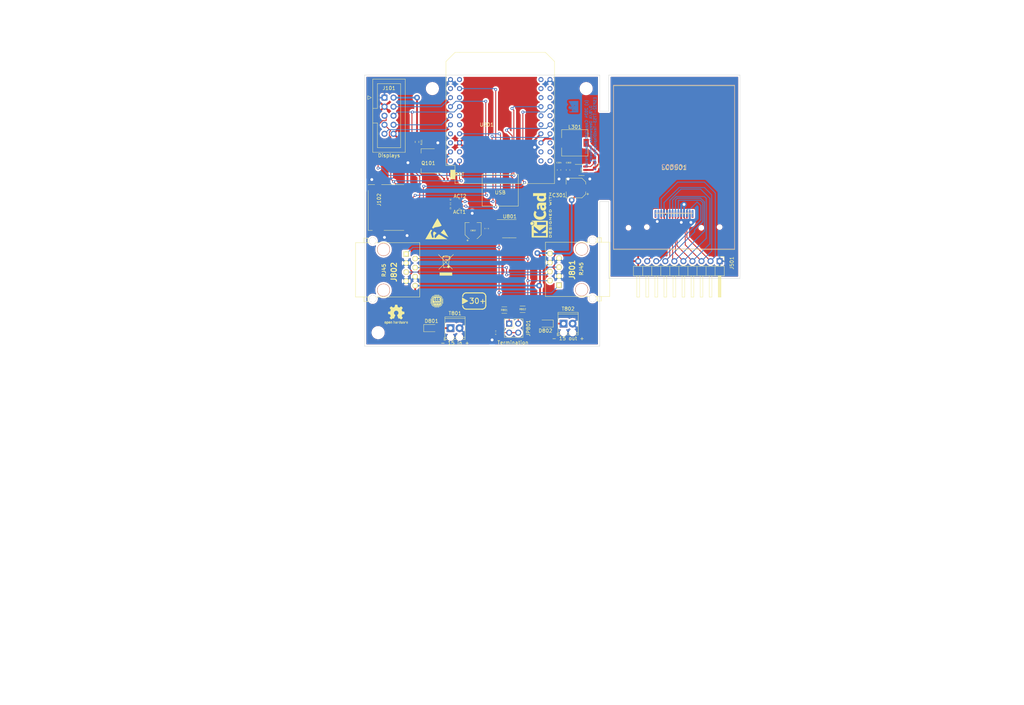
<source format=kicad_pcb>
(kicad_pcb (version 20211014) (generator pcbnew)
  (layers (0 "F.Cu" signal) (31 "B.Cu" signal) (34 "B.Paste" user) (35 "F.Paste" user) (36 "B.SilkS" user "B.Silkscreen") (37 "F.SilkS" user "F.Silkscreen") (38 "B.Mask" user) (39 "F.Mask" user) (44 "Edge.Cuts" user))
  (net 0 "")
  (net 1 "CAN +12V")
  (net 2 "GND")
  (net 3 "Net-(C302-Pad1)")
  (net 4 "Net-(C302-Pad2)")
  (net 5 "+5V")
  (net 6 "+3V3")
  (net 7 "Net-(C803-Pad1)")
  (net 8 "/Processor/GPIO15(Act1)")
  (net 9 "Net-(D2-Pad2)")
  (net 10 "/Processor/GPIO0(Act2)")
  (net 11 "Net-(D4-Pad2)")
  (net 12 "Net-(D801-Pad2)")
  (net 13 "Net-(D802-Pad1)")
  (net 14 "/DK")
  (net 15 "/DRS")
  (net 16 "/DReset")
  (net 17 "/MOSI")
  (net 18 "/SCLK")
  (net 19 "/DCS1")
  (net 20 "/DCS2")
  (net 22 "/CardCS")
  (net 23 "/MISO")
  (net 27 "Net-(J501-Pad2)")
  (net 28 "Net-(J501-Pad3)")
  (net 29 "Net-(J501-Pad4)")
  (net 30 "Net-(J501-Pad5)")
  (net 31 "Net-(J501-Pad6)")
  (net 32 "Net-(J501-Pad7)")
  (net 33 "Net-(J501-Pad8)")
  (net 34 "Net-(J501-Pad9)")
  (net 35 "Net-(J801-Pad5)")
  (net 36 "Net-(J801-Pad4)")
  (net 37 "/CAN Transceiver/CANL")
  (net 38 "/CAN Transceiver/CANH")
  (net 39 "Net-(JP801-Pad1)")
  (net 40 "Net-(JP801-Pad2)")
  (net 45 "Net-(Q101-Pad1)")
  (net 46 "Net-(Q101-Pad2)")
  (net 47 "/Backlight")
  (net 54 "/CAN Transceiver/CAN_RX")
  (net 65 "/CAN Transceiver/CAN_TX")
  (footprint "Power:PowerLabel-30Plus" (layer "F.Cu") (at 139.7 90.17)
    (fp_text reference "REF**" hide)
    (fp_text value "PowerLabel-30Plus" hide)
  )
  (footprint "ESP32-mini:ESP32_mini" (layer "F.Cu") (at 146.05 39.37)
    (fp_text reference "U201")
    (fp_text value "TTGO-T7_S3-V1.1")
  )
  (footprint "Package_TO_SOT_SMD:TSOT-23-6" (layer "F.Cu") (at 168.8675 53.34)
    (fp_text reference "U301")
    (fp_text value "AP63205")
  )
  (footprint "TerminalBlock_Phoenix:TerminalBlock_Phoenix_MPT-0,5-2-2.54_1x02_P2.54mm_Horizontal" (layer "F.Cu") (at 132.08 97.79)
    (fp_text reference "T801")
    (fp_text value "- 15 in +")
  )
  (footprint "Connector_PinHeader_2.54mm:PinHeader_2x02_P2.54mm_Vertical" (layer "F.Cu") (at 148.56 96.515)
    (fp_text reference "JP801")
    (fp_text value "Termination")
  )
  (footprint "RJ45-8N-S:RJ45_8N-S" (layer "F.Cu") (at 168.91 81.28 90)
    (fp_text reference "J801")
    (fp_text value "RJ45")
  )
  (footprint "Connector_IDC:IDC-Header_2x05_P2.54mm_Vertical" (layer "F.Cu") (at 113.5475 33.02)
    (fp_text reference "J101")
    (fp_text value "Displays")
  )
  (footprint "Capacitor_SMD:C_0603_1608Metric" (layer "F.Cu") (at 172.53 52.07 -90)
    (fp_text reference "C302")
    (fp_text value "100nf")
  )
  (footprint "Resistor_SMD:R_0402_1005Metric" (layer "F.Cu") (at 130.81 55.88)
    (fp_text reference "R102")
    (fp_text value "1K")
  )
  (footprint "Resistor_SMD:R_1206_3216Metric" (layer "F.Cu") (at 147.1975 92.71)
    (fp_text reference "R801")
    (fp_text value "60 Ohms")
  )
  (footprint "Connector_PinHeader_2.54mm:PinHeader_1x10_P2.54mm_Horizontal" (layer "F.Cu") (at 207.645 78.97 -90)
    (fp_text reference "J501")
    (fp_text value "Vcc CS2 CS1 C D RS RST A K G")
  )
  (footprint "Package_SO:SOIC-8_3.9x4.9mm_P1.27mm" (layer "F.Cu") (at 148.59 69.85)
    (fp_text reference "U801")
    (fp_text value "TCAN332DR")
  )
  (footprint "adafruit:JD-T1800" (layer "F.Cu") (at 194.857 52.695)
    (fp_text reference "LCD501")
    (fp_text value "JD-T1800")
  )
  (footprint "TerminalBlock_Phoenix:TerminalBlock_Phoenix_MPT-0,5-2-2.54_1x02_P2.54mm_Horizontal" (layer "F.Cu") (at 163.83 96.52)
    (fp_text reference "T802")
    (fp_text value "- 15 out +")
  )
  (footprint "Resistor_SMD:R_0402_1005Metric" (layer "F.Cu") (at 132.08 62.23)
    (fp_text reference "R3")
    (fp_text value "270")
  )
  (footprint "MountingHole:MountingHole_2.7mm_M2.5" (layer "F.Cu") (at 170.18 30.48)
    (fp_text reference "REF**" hide)
    (fp_text value "MountingHole_2.7mm_M2.5" hide)
  )
  (footprint "Capacitor_SMD:C_0603_1608Metric" (layer "F.Cu") (at 162.56 53.34 -90)
    (fp_text reference "C304")
    (fp_text value "22uf")
  )
  (footprint "Capacitor_SMD:CP_Elec_4x5.7" (layer "F.Cu") (at 138.43 70.38 90)
    (fp_text reference "C802")
    (fp_text value "15 uf 15V")
  )
  (footprint "Capacitor_SMD:C_0603_1608Metric" (layer "F.Cu") (at 165.1 53.34 -90)
    (fp_text reference "C303")
    (fp_text value "22uf")
  )
  (footprint "Symbol:ESD-Logo_6.6x6mm_SilkScreen" (layer "F.Cu") (at 128.27 69.85)
    (fp_text reference "REF**" hide)
    (fp_text value "ESD-Logo_6.6x6mm_SilkScreen" hide)
  )
  (footprint "LED_SMD:LED_0402_1005Metric" (layer "F.Cu") (at 134.62 63.5 180)
    (fp_text reference "D2")
    (fp_text value "ACT1")
  )
  (footprint "MountingHole:MountingHole_2.7mm_M2.5" (layer "F.Cu") (at 127 30.48)
    (fp_text reference "REF**" hide)
    (fp_text value "MountingHole_2.7mm_M2.5" hide)
  )
  (footprint "Resistor_SMD:R_1206_3216Metric" (layer "F.Cu") (at 152.33 92.5 180)
    (fp_text reference "R802")
    (fp_text value "60 Ohms")
  )
  (footprint "MountingHole:MountingHole_2.7mm_M2.5" (layer "F.Cu") (at 111.76 99.06)
    (fp_text reference "REF**" hide)
    (fp_text value "MountingHole_2.7mm_M2.5" hide)
  )
  (footprint "LED_SMD:LED_0402_1005Metric" (layer "F.Cu") (at 134.62 62.23 180)
    (fp_text reference "D4")
    (fp_text value "ACT2")
  )
  (footprint "Diode_SMD:D_PowerDI-123" (layer "F.Cu") (at 158.75 96.52 180)
    (fp_text reference "D802")
    (fp_text value "DFLS240-7")
  )
  (footprint "Symbol:WEEE-Logo_4.2x6mm_SilkScreen" (layer "F.Cu") (at 130.81 80.01)
    (fp_text reference "REF**" hide)
    (fp_text value "WEEE-Logo_4.2x6mm_SilkScreen" hide)
  )
  (footprint "Capacitor_SMD:C_0603_1608Metric" (layer "F.Cu") (at 144.78 99.06 180)
    (fp_text reference "C803")
    (fp_text value "47 nf")
  )
  (footprint "Capacitor_SMD:C_0603_1608Metric" (layer "F.Cu") (at 142.24 69.805 90)
    (fp_text reference "C801")
    (fp_text value ".1 uf")
  )
  (footprint "Inductor_SMD:L_7.3x7.3_H4.5" (layer "F.Cu") (at 166.98 45.72)
    (fp_text reference "L301")
    (fp_text value "4.7uH")
  )
  (footprint "RJ45-8N-S:RJ45_8N-S" (layer "F.Cu") (at 113.284 81.407 -90)
    (fp_text reference "J802")
    (fp_text value "RJ45")
  )
  (footprint "Symbol:KiCad-Logo2_5mm_SilkScreen" (layer "F.Cu") (at 157.48 66.04 90)
    (fp_text reference "REF**" hide)
    (fp_text value "KiCad-Logo2_5mm_SilkScreen" hide)
  )
  (footprint "Package_TO_SOT_SMD:SOT-223-3_TabPin2" (layer "F.Cu") (at 125.73 50.8 180)
    (fp_text reference "Q101")
    (fp_text value "PZT2222A")
  )
  (footprint "Resistor_SMD:R_0402_1005Metric" (layer "F.Cu") (at 132.08 63.5)
    (fp_text reference "R2")
    (fp_text value "270")
  )
  (footprint "LCC:LCC_LOGO_4.5x4.5" (layer "F.Cu") (at 128.27 90.17)
    (fp_text reference "G***" hide)
    (fp_text value "LCC" hide)
  )
  (footprint "Connector_Card:microSD_HC_Hirose_DM3D-SF" (layer "F.Cu") (at 114.785 63.887 90)
    (fp_text reference "J102")
    (fp_text value "Micro_SD_Card_Det")
  )
  (footprint "Diode_SMD:D_PowerDI-123" (layer "F.Cu") (at 126.745 97.79)
    (fp_text reference "D801")
    (fp_text value "DFLS240-7")
  )
  (footprint "DWS:DWSLogoBCU" (layer "F.Cu") (at 166.37 35.56 90)
    (fp_text reference "G***" hide)
    (fp_text value "LOGO" hide)
  )
  (footprint "Capacitor_SMD:CP_Elec_5x3.9" (layer "F.Cu") (at 167.3 58.42 180)
    (fp_text reference "C301")
    (fp_text value "10uf")
  )
  (footprint "Resistor_SMD:R_0603_1608Metric" (layer "F.Cu") (at 122.682 45.466 90)
    (fp_text reference "R101")
    (fp_text value "22")
  )
  (footprint "Symbol:OSHW-Logo2_7.3x6mm_SilkScreen" (layer "F.Cu") (at 116.84 93.98)
    (fp_text reference "REF**" hide)
    (fp_text value "OSHW-Logo2_7.3x6mm_SilkScreen" hide)
  )
  (footprint "adafruit:JD-T1800" (layer "B.Cu") (at 194.857 52.4918 180)
    (fp_text reference "LCD502")
    (fp_text value "JD-T1800")
  )
  (gr_line (start 176.53 36.83) (end 173.99 36.83) (layer "Edge.Cuts") (width 0.1))
  (gr_line (start 173.99 36.83) (end 173.99 26.67) (layer "Edge.Cuts") (width 0.1))
  (gr_line (start 176.53 83.82) (end 213.36 83.82) (layer "Edge.Cuts") (width 0.1))
  (gr_line (start 176.53 62.23) (end 176.53 83.82) (layer "Edge.Cuts") (width 0.1))
  (gr_line (start 173.99 26.67) (end 109.22 26.67) (layer "Edge.Cuts") (width 0.1))
  (gr_line (start 213.36 83.82) (end 213.36 26.67) (layer "Edge.Cuts") (width 0.1))
  (gr_line (start 176.53 26.67) (end 176.53 36.83) (layer "Edge.Cuts") (width 0.1))
  (gr_line (start 107.95 102.87) (end 173.99 102.87) (layer "Edge.Cuts") (width 0.1))
  (gr_line (start 109.22 26.67) (end 107.95 26.67) (layer "Edge.Cuts") (width 0.1))
  (gr_line (start 107.95 26.67) (end 107.95 102.87) (layer "Edge.Cuts") (width 0.1))
  (gr_line (start 213.36 26.67) (end 176.53 26.67) (layer "Edge.Cuts") (width 0.1))
  (gr_line (start 173.99 102.87) (end 173.99 62.23) (layer "Edge.Cuts") (width 0.1))
  (gr_line (start 173.99 62.23) (end 176.53 62.23) (layer "Edge.Cuts") (width 0.1))
  (gr_text "(c) 2024 Copyright Robert Heller\nD/B/A Deepwoods Software\nESP32-T7S3-TextDisplaySign Rev A" (at 171.45 43.18 90) (layer "B.Cu") (effects (font (size 0.75 0.75)) (justify mirror)))
  (segment (start 167.73 56.65) (end 169.5 58.42) (width 0.5) (layer "F.Cu") (net 1))
  (segment (start 122.174 94.069) (end 125.895 97.79) (width 0.5) (layer "F.Cu") (net 1))
  (segment (start 157.225 96.52) (end 157.225 77.469) (width 0.5) (layer "F.Cu") (net 1))
  (segment (start 167.73 53.34) (end 167.73 54.29) (width 0.5) (layer "F.Cu") (net 1))
  (segment (start 169.5 58.42) (end 166.116 61.804) (width 0.5) (layer "F.Cu") (net 1))
  (segment (start 122.174 85.852) (end 122.174 94.069) (width 0.5) (layer "F.Cu") (net 1))
  (segment (start 167.73 54.29) (end 167.73 56.65) (width 0.5) (layer "F.Cu") (net 1))
  (segment (start 157.225 77.469) (end 156.464 76.708) (width 0.5) (layer "F.Cu") (net 1))
  (via (at 156.972 85.852) (size 1.6) (drill 0.8) (layers "F.Cu" "B.Cu") (net 1))
  (via (at 156.464 76.708) (size 1.6) (drill 0.8) (layers "F.Cu" "B.Cu") (net 1))
  (via (at 166.116 61.804) (size 1.6) (drill 0.8) (layers "F.Cu" "B.Cu") (net 1))
  (segment (start 156.464 76.708) (end 159.893 76.708) (width 0.5) (layer "B.Cu") (net 1))
  (segment (start 122.174 85.852) (end 156.972 85.852) (width 0.5) (layer "B.Cu") (net 1))
  (segment (start 165.481 76.835) (end 160.02 76.835) (width 0.5) (layer "B.Cu") (net 1))
  (segment (start 166.116 76.2) (end 165.481 76.835) (width 0.5) (layer "B.Cu") (net 1))
  (segment (start 159.893 76.708) (end 160.02 76.835) (width 0.5) (layer "B.Cu") (net 1))
  (segment (start 166.116 76.2) (end 166.116 61.804) (width 0.5) (layer "B.Cu") (net 1))
  (segment (start 190.457 67.4935) (end 190.1325 67.818) (width 0.5) (layer "F.Cu") (net 2))
  (segment (start 118.367 66.212) (end 118.367 69.219) (width 0.5) (layer "F.Cu") (net 2))
  (segment (start 142.24 69.03) (end 138.88 69.03) (width 0.5) (layer "F.Cu") (net 2))
  (segment (start 199.257 65.795) (end 199.257 67.7475) (width 0.5) (layer "F.Cu") (net 2))
  (segment (start 113.541 72.289) (end 112.41 71.158) (width 0.5) (layer "F.Cu") (net 2))
  (segment (start 138.43 68.58) (end 138.43 65.786) (width 0.5) (layer "F.Cu") (net 2))
  (segment (start 196.857 68.065) (end 196.8755 68.065) (width 0.5) (layer "F.Cu") (net 2))
  (segment (start 118.367 69.219) (end 118.76 69.612) (width 0.5) (layer "F.Cu") (net 2))
  (segment (start 120.135 66.212) (end 118.367 66.212) (width 0.5) (layer "F.Cu") (net 2))
  (segment (start 146.115 69.215) (end 142.425 69.215) (width 0.5) (layer "F.Cu") (net 2))
  (segment (start 118.76 69.612) (end 120.01 69.612) (width 0.5) (layer "F.Cu") (net 2))
  (segment (start 155.702 44.958) (end 155.702 46.99) (width 0.5) (layer "F.Cu") (net 2))
  (segment (start 144.005 100.851) (end 143.764 101.092) (width 0.5) (layer "F.Cu") (net 2))
  (segment (start 170.005 54.689) (end 171.196 55.88) (width 0.5) (layer "F.Cu") (net 2))
  (segment (start 128.88 46.076) (end 128.524 45.72) (width 0.5) (layer "F.Cu") (net 2))
  (segment (start 162.56 55.88) (end 165.1 58.42) (width 0.5) (layer "F.Cu") (net 2))
  (segment (start 112.41 71.158) (end 112.41 69.862) (width 0.5) (layer "F.Cu") (net 2))
  (segment (start 142.425 69.215) (end 142.24 69.03) (width 0.5) (layer "F.Cu") (net 2))
  (segment (start 109.985 56.033) (end 111.76 57.808) (width 0.5) (layer "F.Cu") (net 2))
  (segment (start 196.857 65.795) (end 196.857 68.065) (width 0.5) (layer "F.Cu") (net 2))
  (segment (start 119.891 69.731) (end 119.891 71.781) (width 0.5) (layer "F.Cu") (net 2))
  (segment (start 165.1 54.115) (end 165.1 58.42) (width 0.5) (layer "F.Cu") (net 2))
  (segment (start 170.005 54.29) (end 170.005 54.689) (width 0.5) (layer "F.Cu") (net 2))
  (segment (start 128.88 48.5) (end 128.88 46.076) (width 0.5) (layer "F.Cu") (net 2))
  (segment (start 162.56 54.115) (end 162.56 55.88) (width 0.5) (layer "F.Cu") (net 2))
  (segment (start 199.257 67.7475) (end 199.5815 68.072) (width 0.5) (layer "F.Cu") (net 2))
  (segment (start 138.43 65.786) (end 138.176 65.532) (width 0.5) (layer "F.Cu") (net 2))
  (segment (start 190.457 65.795) (end 190.457 67.4935) (width 0.5) (layer "F.Cu") (net 2))
  (segment (start 144.005 99.06) (end 144.005 100.851) (width 0.5) (layer "F.Cu") (net 2))
  (segment (start 157.48 43.18) (end 155.702 44.958) (width 0.5) (layer "F.Cu") (net 2))
  (segment (start 120.01 58.262) (end 120.01 51.4285) (width 0.5) (layer "F.Cu") (net 2))
  (segment (start 138.88 69.03) (end 138.43 68.58) (width 0.5) (layer "F.Cu") (net 2))
  (segment (start 120.01 51.4285) (end 120.1305 51.308) (width 0.5) (layer "F.Cu") (net 2))
  (segment (start 111.76 57.808) (end 111.76 57.912) (width 0.5) (layer "F.Cu") (net 2))
  (segment (start 120.01 69.612) (end 119.891 69.731) (width 0.5) (layer "F.Cu") (net 2))
  (via (at 196.8825 68.072) (size 1.6) (drill 0.8) (layers "F.Cu" "B.Cu") (net 2))
  (via (at 162.56 55.88) (size 1.6) (drill 0.8) (layers "F.Cu" "B.Cu") (net 2))
  (via (at 143.764 101.092) (size 1.6) (drill 0.8) (layers "F.Cu" "B.Cu") (net 2))
  (via (at 109.985 56.033) (size 1.6) (drill 0.8) (layers "F.Cu" "B.Cu") (net 2))
  (via (at 199.5815 68.072) (size 1.6) (drill 0.8) (layers "F.Cu" "B.Cu") (net 2))
  (via (at 119.891 71.781) (size 1.6) (drill 0.8) (layers "F.Cu" "B.Cu") (net 2))
  (via (at 171.196 55.88) (size 1.6) (drill 0.8) (layers "F.Cu" "B.Cu") (net 2))
  (via (at 155.702 46.99) (size 1.6) (drill 0.8) (layers "F.Cu" "B.Cu") (net 2))
  (via (at 113.541 72.289) (size 1.6) (drill 0.8) (layers "F.Cu" "B.Cu") (net 2))
  (via (at 138.176 65.532) (size 1.6) (drill 0.8) (layers "F.Cu" "B.Cu") (net 2))
  (via (at 128.524 45.72) (size 1.6) (drill 0.8) (layers "F.Cu" "B.Cu") (net 2))
  (via (at 165.1 55.88) (size 1.6) (drill 0.8) (layers "F.Cu" "B.Cu") (net 2))
  (via (at 120.1305 51.308) (size 1.6) (drill 0.8) (layers "F.Cu" "B.Cu") (net 2))
  (via (at 190.1325 67.818) (size 1.6) (drill 0.8) (layers "F.Cu" "B.Cu") (net 2))
  (segment (start 199.257 65.5918) (end 199.257 67.7475) (width 0.5) (layer "B.Cu") (net 2))
  (segment (start 190.457 65.5918) (end 190.457 67.4935) (width 0.5) (layer "B.Cu") (net 2))
  (segment (start 192.857 67.493) (end 192.857 65.5918) (width 0.5) (layer "B.Cu") (net 2))
  (segment (start 192.532 67.818) (end 192.857 67.493) (width 0.5) (layer "B.Cu") (net 2))
  (segment (start 199.257 67.7475) (end 199.5815 68.072) (width 0.5) (layer "B.Cu") (net 2))
  (segment (start 196.8825 68.072) (end 199.5815 68.072) (width 0.5) (layer "B.Cu") (net 2))
  (segment (start 190.457 67.4935) (end 190.1325 67.818) (width 0.5) (layer "B.Cu") (net 2))
  (segment (start 171.196 55.88) (end 162.56 55.88) (width 0.5) (layer "B.Cu") (net 2))
  (segment (start 190.1325 67.818) (end 192.532 67.818) (width 0.5) (layer "B.Cu") (net 2))
  (segment (start 171.435 52.39) (end 172.53 51.295) (width 0.25) (layer "F.Cu") (net 3))
  (segment (start 170.005 52.39) (end 171.435 52.39) (width 0.25) (layer "F.Cu") (net 3))
  (segment (start 172.53 52.845) (end 173.736 51.639) (width 0.5) (layer "F.Cu") (net 4))
  (segment (start 173.736 49.276) (end 170.18 45.72) (width 0.5) (layer "F.Cu") (net 4))
  (segment (start 173.736 51.639) (end 173.736 49.276) (width 0.5) (layer "F.Cu") (net 4))
  (segment (start 170.005 53.34) (end 172.035 53.34) (width 0.5) (layer "F.Cu") (net 4))
  (segment (start 172.035 53.34) (end 172.53 52.845) (width 0.5) (layer "F.Cu") (net 4))
  (segment (start 165.1 52.565) (end 165 52.565) (width 0.5) (layer "F.Cu") (net 5))
  (segment (start 165 52.565) (end 163.78 51.345) (width 0.5) (layer "F.Cu") (net 5))
  (segment (start 165.275 52.39) (end 165.1 52.565) (width 0.5) (layer "F.Cu") (net 5))
  (segment (start 158.63 44.57) (end 157.48 45.72) (width 0.5) (layer "F.Cu") (net 5))
  (segment (start 162.63 44.57) (end 158.63 44.57) (width 0.5) (layer "F.Cu") (net 5))
  (segment (start 163.78 45.72) (end 162.63 44.57) (width 0.5) (layer "F.Cu") (net 5))
  (segment (start 167.73 52.39) (end 165.275 52.39) (width 0.5) (layer "F.Cu") (net 5))
  (segment (start 163.78 51.345) (end 162.56 52.565) (width 0.5) (layer "F.Cu") (net 5))
  (segment (start 163.78 45.72) (end 163.78 51.345) (width 0.5) (layer "F.Cu") (net 5))
  (segment (start 192.057 65.795) (end 192.057 63.721) (width 0.5) (layer "F.Cu") (net 6))
  (segment (start 192.057 63.721) (end 192.753 63.721) (width 0.5) (layer "F.Cu") (net 6))
  (segment (start 192.857 63.825) (end 192.857 65.795) (width 0.5) (layer "F.Cu") (net 6))
  (segment (start 192.753 63.721) (end 192.857 63.825) (width 0.5) (layer "F.Cu") (net 6))
  (via (at 197.657 63.037) (size 1.6) (drill 0.8) (layers "F.Cu" "B.Cu") (net 6))
  (segment (start 196.857 62.999) (end 196.864 62.992) (width 0.5) (layer "B.Cu") (net 6))
  (segment (start 196.864 62.992) (end 197.612 62.992) (width 0.5) (layer "B.Cu") (net 6))
  (segment (start 197.612 62.992) (end 197.657 63.037) (width 0.5) (layer "B.Cu") (net 6))
  (segment (start 196.857 65.5918) (end 196.857 62.999) (width 0.5) (layer "B.Cu") (net 6))
  (segment (start 197.657 63.037) (end 197.657 65.5918) (width 0.5) (layer "B.Cu") (net 6))
  (segment (start 145.56 99.055) (end 148.56 99.055) (width 0.25) (layer "F.Cu") (net 7))
  (segment (start 148.56 99.055) (end 151.1 99.055) (width 0.25) (layer "F.Cu") (net 7))
  (segment (start 145.555 99.06) (end 145.56 99.055) (width 0.25) (layer "F.Cu") (net 7))
  (segment (start 136.398 63.5) (end 135.105 63.5) (width 0.25) (layer "F.Cu") (net 8))
  (segment (start 144.78 53.848) (end 144.78 63.754) (width 0.25) (layer "F.Cu") (net 8))
  (segment (start 144.78 30.734) (end 144.78 53.848) (width 0.25) (layer "F.Cu") (net 8))
  (via (at 144.78 63.754) (size 0.8) (drill 0.4) (layers "F.Cu" "B.Cu") (net 8))
  (via (at 144.78 30.734) (size 0.8) (drill 0.4) (layers "F.Cu" "B.Cu") (net 8))
  (via (at 136.398 63.5) (size 0.8) (drill 0.4) (layers "F.Cu" "B.Cu") (net 8))
  (segment (start 136.652 63.754) (end 144.78 63.754) (width 0.25) (layer "B.Cu") (net 8))
  (segment (start 144.78 30.734) (end 144.526 30.48) (width 0.25) (layer "B.Cu") (net 8))
  (segment (start 136.398 63.5) (end 136.652 63.754) (width 0.25) (layer "B.Cu") (net 8))
  (segment (start 144.526 30.48) (end 134.62 30.48) (width 0.25) (layer "B.Cu") (net 8))
  (segment (start 134.135 63.5) (end 132.59 63.5) (width 0.25) (layer "F.Cu") (net 9))
  (segment (start 144.018 62.23) (end 144.018 53.594) (width 0.25) (layer "F.Cu") (net 10))
  (segment (start 143.764 43.9045) (end 143.764 53.34) (width 0.25) (layer "F.Cu") (net 10))
  (segment (start 144.018 53.594) (end 143.764 53.34) (width 0.25) (layer "F.Cu") (net 10))
  (segment (start 135.105 62.23) (end 136.144 62.23) (width 0.25) (layer "F.Cu") (net 10))
  (via (at 143.764 43.9045) (size 0.8) (drill 0.4) (layers "F.Cu" "B.Cu") (net 10))
  (via (at 136.144 62.23) (size 0.8) (drill 0.4) (layers "F.Cu" "B.Cu") (net 10))
  (via (at 144.018 62.23) (size 0.8) (drill 0.4) (layers "F.Cu" "B.Cu") (net 10))
  (segment (start 136.144 62.23) (end 144.018 62.23) (width 0.25) (layer "B.Cu") (net 10))
  (segment (start 144.0645 44.205) (end 159.503 44.205) (width 0.25) (layer "B.Cu") (net 10))
  (segment (start 159.503 44.205) (end 160.02 43.688) (width 0.25) (layer "B.Cu") (net 10))
  (segment (start 160.02 43.688) (end 160.02 43.18) (width 0.25) (layer "B.Cu") (net 10))
  (segment (start 143.764 43.9045) (end 144.0645 44.205) (width 0.25) (layer "B.Cu") (net 10))
  (segment (start 134.135 62.23) (end 132.59 62.23) (width 0.25) (layer "F.Cu") (net 11))
  (segment (start 132.08 97.79) (end 128.27 97.79) (width 0.5) (layer "F.Cu") (net 12))
  (segment (start 163.83 96.52) (end 159.6 96.52) (width 0.5) (layer "F.Cu") (net 13))
  (segment (start 122.682 44.641) (end 122.682 33.02) (width 0.5) (layer "F.Cu") (net 14))
  (via (at 122.682 33.02) (size 1.6) (drill 0.8) (layers "F.Cu" "B.Cu") (net 14))
  (segment (start 122.682 33.02) (end 116.0875 33.02) (width 0.5) (layer "B.Cu") (net 14))
  (segment (start 129.54 35.56) (end 132.08 33.02) (width 0.25) (layer "B.Cu") (net 15))
  (segment (start 116.0875 35.56) (end 129.54 35.56) (width 0.25) (layer "B.Cu") (net 15))
  (segment (start 149.86 36.576) (end 149.352 36.068) (width 0.25) (layer "F.Cu") (net 16))
  (segment (start 114.034201 39.465) (end 114.034201 38.586701) (width 0.25) (layer "F.Cu") (net 16))
  (segment (start 111.76 52.832) (end 111.76 40.765799) (width 0.25) (layer "F.Cu") (net 16))
  (segment (start 114.034201 38.586701) (end 113.5475 38.1) (width 0.25) (layer "F.Cu") (net 16))
  (segment (start 113.060799 39.465) (end 114.034201 39.465) (width 0.25) (layer "F.Cu") (net 16))
  (segment (start 111.76 40.765799) (end 113.060799 39.465) (width 0.25) (layer "F.Cu") (net 16))
  (segment (start 149.86 54.864) (end 149.86 36.576) (width 0.25) (layer "F.Cu") (net 16))
  (via (at 111.76 52.832) (size 0.8) (drill 0.4) (layers "F.Cu" "B.Cu") (net 16))
  (via (at 149.352 36.068) (size 0.8) (drill 0.4) (layers "F.Cu" "B.Cu") (net 16))
  (via (at 149.86 54.864) (size 0.8) (drill 0.4) (layers "F.Cu" "B.Cu") (net 16))
  (segment (start 112.776 52.832) (end 111.76 52.832) (width 0.25) (layer "B.Cu") (net 16))
  (segment (start 114.808 54.864) (end 112.776 52.832) (width 0.25) (layer "B.Cu") (net 16))
  (segment (start 149.352 36.068) (end 149.86 35.56) (width 0.25) (layer "B.Cu") (net 16))
  (segment (start 149.86 35.56) (end 157.48 35.56) (width 0.25) (layer "B.Cu") (net 16))
  (segment (start 114.808 54.864) (end 149.86 54.864) (width 0.25) (layer "B.Cu") (net 16))
  (segment (start 121.121 37.375) (end 121.421 37.075) (width 0.25) (layer "F.Cu") (net 17))
  (segment (start 123.444 55.214) (end 121.255 53.025) (width 0.25) (layer "F.Cu") (net 17))
  (segment (start 121.255 37.241) (end 121.421 37.075) (width 0.25) (layer "F.Cu") (net 17))
  (segment (start 120.135 62.912) (end 121.394 62.912) (width 0.25) (layer "F.Cu") (net 17))
  (segment (start 121.255 53.025) (end 121.255 37.241) (width 0.25) (layer "F.Cu") (net 17))
  (segment (start 123.444 60.862) (end 123.444 55.214) (width 0.25) (layer "F.Cu") (net 17))
  (segment (start 121.394 62.912) (end 123.444 60.862) (width 0.25) (layer "F.Cu") (net 17))
  (via (at 121.421 37.075) (size 0.8) (drill 0.4) (layers "F.Cu" "B.Cu") (net 17))
  (segment (start 116.0875 38.1) (end 117.1125 37.075) (width 0.25) (layer "B.Cu") (net 17))
  (segment (start 133.105 37.075) (end 134.62 35.56) (width 0.25) (layer "B.Cu") (net 17))
  (segment (start 121.421 37.075) (end 133.105 37.075) (width 0.25) (layer "B.Cu") (net 17))
  (segment (start 117.1125 37.075) (end 121.421 37.075) (width 0.25) (layer "B.Cu") (net 17))
  (segment (start 116.84 57.404) (end 116.84 62.23) (width 0.25) (layer "F.Cu") (net 18))
  (segment (start 115.316 55.88) (end 115.316 44.070201) (width 0.25) (layer "F.Cu") (net 18))
  (segment (start 115.256649 42.349149) (end 113.5475 40.64) (width 0.25) (layer "F.Cu") (net 18))
  (segment (start 114.9125 42.693299) (end 115.256649 42.349149) (width 0.25) (layer "F.Cu") (net 18))
  (segment (start 134.62 55.88) (end 134.62 50.8) (width 0.25) (layer "F.Cu") (net 18))
  (segment (start 115.316 44.070201) (end 114.9125 43.666701) (width 0.25) (layer "F.Cu") (net 18))
  (segment (start 117.351 63.907) (end 118.556 65.112) (width 0.25) (layer "F.Cu") (net 18))
  (segment (start 116.078 56.642) (end 116.84 57.404) (width 0.25) (layer "F.Cu") (net 18))
  (segment (start 117.351 62.741) (end 117.351 63.907) (width 0.25) (layer "F.Cu") (net 18))
  (segment (start 118.556 65.112) (end 120.135 65.112) (width 0.25) (layer "F.Cu") (net 18))
  (segment (start 135.128 56.388) (end 134.62 55.88) (width 0.25) (layer "F.Cu") (net 18))
  (segment (start 116.84 62.23) (end 117.351 62.741) (width 0.25) (layer "F.Cu") (net 18))
  (segment (start 116.078 56.642) (end 115.316 55.88) (width 0.25) (layer "F.Cu") (net 18))
  (segment (start 114.9125 43.666701) (end 114.9125 42.693299) (width 0.25) (layer "F.Cu") (net 18))
  (via (at 116.078 56.642) (size 0.8) (drill 0.4) (layers "F.Cu" "B.Cu") (net 18))
  (via (at 135.128 56.388) (size 0.8) (drill 0.4) (layers "F.Cu" "B.Cu") (net 18))
  (segment (start 116.078 56.642) (end 116.332 56.388) (width 0.25) (layer "B.Cu") (net 18))
  (segment (start 116.332 56.388) (end 135.128 56.388) (width 0.25) (layer "B.Cu") (net 18))
  (segment (start 116.0875 40.64) (end 129.54 40.64) (width 0.25) (layer "B.Cu") (net 19))
  (segment (start 129.54 40.64) (end 132.08 38.1) (width 0.25) (layer "B.Cu") (net 19))
  (segment (start 114.7225 42.005) (end 130.715 42.005) (width 0.25) (layer "B.Cu") (net 20))
  (segment (start 113.5475 43.18) (end 114.7225 42.005) (width 0.25) (layer "B.Cu") (net 20))
  (segment (start 130.715 42.005) (end 132.08 40.64) (width 0.25) (layer "B.Cu") (net 20))
  (segment (start 141.986 34.036) (end 141.986 60.198) (width 0.25) (layer "F.Cu") (net 22))
  (segment (start 141.986 60.198) (end 142.24 60.452) (width 0.25) (layer "F.Cu") (net 22))
  (segment (start 120.135 61.812) (end 120.91 61.812) (width 0.25) (layer "F.Cu") (net 22))
  (segment (start 122.174 60.452) (end 120.814 61.812) (width 0.25) (layer "F.Cu") (net 22))
  (segment (start 120.814 61.812) (end 120.135 61.812) (width 0.25) (layer "F.Cu") (net 22))
  (via (at 142.24 60.452) (size 0.8) (drill 0.4) (layers "F.Cu" "B.Cu") (net 22))
  (via (at 141.986 34.036) (size 0.8) (drill 0.4) (layers "F.Cu" "B.Cu") (net 22))
  (via (at 122.174 60.452) (size 0.8) (drill 0.4) (layers "F.Cu" "B.Cu") (net 22))
  (segment (start 122.174 60.452) (end 142.24 60.452) (width 0.25) (layer "B.Cu") (net 22))
  (segment (start 141.977 34.045) (end 141.986 34.036) (width 0.25) (layer "B.Cu") (net 22))
  (segment (start 132.08 35.56) (end 133.595 34.045) (width 0.25) (layer "B.Cu") (net 22))
  (segment (start 133.595 34.045) (end 141.977 34.045) (width 0.25) (layer "B.Cu") (net 22))
  (segment (start 124.561 57.912) (end 124.46 58.013) (width 0.25) (layer "F.Cu") (net 23))
  (segment (start 124.46 64.112) (end 121.26 67.312) (width 0.25) (layer "F.Cu") (net 23))
  (segment (start 121.26 67.312) (end 120.135 67.312) (width 0.25) (layer "F.Cu") (net 23))
  (segment (start 124.46 58.013) (end 124.46 64.112) (width 0.25) (layer "F.Cu") (net 23))
  (segment (start 152.908 56.896) (end 152.4 56.388) (width 0.25) (layer "F.Cu") (net 23))
  (segment (start 152.4 56.388) (end 152.4 37.084) (width 0.25) (layer "F.Cu") (net 23))
  (via (at 124.561 57.912) (size 0.8) (drill 0.4) (layers "F.Cu" "B.Cu") (net 23))
  (via (at 152.4 37.084) (size 0.8) (drill 0.4) (layers "F.Cu" "B.Cu") (net 23))
  (via (at 152.908 56.896) (size 0.8) (drill 0.4) (layers "F.Cu" "B.Cu") (net 23))
  (segment (start 151.892 57.912) (end 152.908 56.896) (width 0.25) (layer "B.Cu") (net 23))
  (segment (start 152.409 37.075) (end 158.505 37.075) (width 0.25) (layer "B.Cu") (net 23))
  (segment (start 124.561 57.912) (end 151.892 57.912) (width 0.25) (layer "B.Cu") (net 23))
  (segment (start 152.4 37.084) (end 152.409 37.075) (width 0.25) (layer "B.Cu") (net 23))
  (segment (start 158.505 37.075) (end 160.02 35.56) (width 0.25) (layer "B.Cu") (net 23))
  (segment (start 198.457 72.322) (end 205.105 78.97) (width 0.25) (layer "F.Cu") (net 27))
  (segment (start 198.457 65.795) (end 198.457 72.322) (width 0.25) (layer "F.Cu") (net 27))
  (segment (start 191.257 61.3886) (end 195.8866 56.759) (width 0.25) (layer "B.Cu") (net 27))
  (segment (start 206.4394 77.6356) (end 205.105 78.97) (width 0.25) (layer "B.Cu") (net 27))
  (segment (start 203.3914 56.759) (end 206.4394 59.807) (width 0.25) (layer "B.Cu") (net 27))
  (segment (start 206.4394 59.807) (end 206.4394 77.6356) (width 0.25) (layer "B.Cu") (net 27))
  (segment (start 191.257 65.5918) (end 191.257 61.3886) (width 0.25) (layer "B.Cu") (net 27))
  (segment (start 195.8866 56.759) (end 203.3914 56.759) (width 0.25) (layer "B.Cu") (net 27))
  (segment (start 197.657 66.77) (end 198.007 67.12) (width 0.25) (layer "F.Cu") (net 28))
  (segment (start 198.007 67.12) (end 198.007 74.412) (width 0.25) (layer "F.Cu") (net 28))
  (segment (start 197.657 65.795) (end 197.657 66.77) (width 0.25) (layer "F.Cu") (net 28))
  (segment (start 198.007 74.412) (end 202.565 78.97) (width 0.25) (layer "F.Cu") (net 28))
  (segment (start 205.4234 60.315) (end 203.3914 58.283) (width 0.25) (layer "B.Cu") (net 28))
  (segment (start 196.2794 58.283) (end 192.057 62.5054) (width 0.25) (layer "B.Cu") (net 28))
  (segment (start 202.565 78.97) (end 205.4234 76.1116) (width 0.25) (layer "B.Cu") (net 28))
  (segment (start 205.4234 76.1116) (end 205.4234 60.315) (width 0.25) (layer "B.Cu") (net 28))
  (segment (start 203.3914 58.283) (end 196.2794 58.283) (width 0.25) (layer "B.Cu") (net 28))
  (segment (start 192.057 62.5054) (end 192.057 65.5918) (width 0.25) (layer "B.Cu") (net 28))
  (segment (start 196.057 65.795) (end 196.057 66.77) (width 0.25) (layer "F.Cu") (net 29))
  (segment (start 195.707 74.652) (end 200.025 78.97) (width 0.25) (layer "F.Cu") (net 29))
  (segment (start 196.057 66.77) (end 195.707 67.12) (width 0.25) (layer "F.Cu") (net 29))
  (segment (start 195.707 67.12) (end 195.707 74.652) (width 0.25) (layer "F.Cu") (net 29))
  (segment (start 204.9154 61.331) (end 202.3174 58.733) (width 0.25) (layer "B.Cu") (net 29))
  (segment (start 200.025 78.97) (end 204.9154 74.0796) (width 0.25) (layer "B.Cu") (net 29))
  (segment (start 204.9154 74.0796) (end 204.9154 61.331) (width 0.25) (layer "B.Cu") (net 29))
  (segment (start 193.657 61.867) (end 193.657 65.5918) (width 0.25) (layer "B.Cu") (net 29))
  (segment (start 202.3174 58.733) (end 196.791 58.733) (width 0.25) (layer "B.Cu") (net 29))
  (segment (start 196.791 58.733) (end 193.657 61.867) (width 0.25) (layer "B.Cu") (net 29))
  (segment (start 195.257 76.742) (end 197.485 78.97) (width 0.25) (layer "F.Cu") (net 30))
  (segment (start 195.257 65.795) (end 195.257 76.742) (width 0.25) (layer "F.Cu") (net 30))
  (segment (start 203.8994 61.331) (end 203.3914 60.823) (width 0.25) (layer "B.Cu") (net 30))
  (segment (start 203.8994 72.5556) (end 203.8994 61.331) (width 0.25) (layer "B.Cu") (net 30))
  (segment (start 195.463 60.823) (end 194.457 61.829) (width 0.25) (layer "B.Cu") (net 30))
  (segment (start 194.457 61.829) (end 194.457 65.5918) (width 0.25) (layer "B.Cu") (net 30))
  (segment (start 197.485 78.97) (end 203.8994 72.5556) (width 0.25) (layer "B.Cu") (net 30))
  (segment (start 203.3914 60.823) (end 195.463 60.823) (width 0.25) (layer "B.Cu") (net 30))
  (segment (start 194.457 65.795) (end 194.457 78.482) (width 0.25) (layer "F.Cu") (net 31))
  (segment (start 194.457 78.482) (end 194.945 78.97) (width 0.25) (layer "F.Cu") (net 31))
  (segment (start 202.3174 61.273) (end 195.775 61.273) (width 0.25) (layer "B.Cu") (net 31))
  (segment (start 203.3914 70.5236) (end 203.3914 62.347) (width 0.25) (layer "B.Cu") (net 31))
  (segment (start 195.257 61.791) (end 195.257 65.5918) (width 0.25) (layer "B.Cu") (net 31))
  (segment (start 194.945 78.97) (end 203.3914 70.5236) (width 0.25) (layer "B.Cu") (net 31))
  (segment (start 203.3914 62.347) (end 202.3174 61.273) (width 0.25) (layer "B.Cu") (net 31))
  (segment (start 195.775 61.273) (end 195.257 61.791) (width 0.25) (layer "B.Cu") (net 31))
  (segment (start 193.657 77.718) (end 192.405 78.97) (width 0.25) (layer "F.Cu") (net 32))
  (segment (start 193.657 65.795) (end 193.657 77.718) (width 0.25) (layer "F.Cu") (net 32))
  (segment (start 202.9414 62.533396) (end 202.247004 61.839) (width 0.25) (layer "B.Cu") (net 32))
  (segment (start 200.632 70.1864) (end 202.9414 67.877) (width 0.25) (layer "B.Cu") (net 32))
  (segment (start 196.225 61.839) (end 196.057 62.007) (width 0.25) (layer "B.Cu") (net 32))
  (segment (start 192.405 78.97) (end 200.632 70.743) (width 0.25) (layer "B.Cu") (net 32))
  (segment (start 200.632 70.743) (end 200.632 70.1864) (width 0.25) (layer "B.Cu") (net 32))
  (segment (start 202.247004 61.839) (end 196.225 61.839) (width 0.25) (layer "B.Cu") (net 32))
  (segment (start 202.9414 67.877) (end 202.9414 62.533396) (width 0.25) (layer "B.Cu") (net 32))
  (segment (start 196.057 62.007) (end 196.057 65.5918) (width 0.25) (layer "B.Cu") (net 32))
  (segment (start 199.3852 64.2668) (end 198.682 64.2668) (width 0.25) (layer "B.Cu") (net 33))
  (segment (start 198.457 64.4918) (end 198.457 65.5918) (width 0.25) (layer "B.Cu") (net 33))
  (segment (start 191.23 78.483299) (end 191.918299 77.795) (width 0.25) (layer "B.Cu") (net 33))
  (segment (start 201.305 62.347) (end 199.3852 64.2668) (width 0.25) (layer "B.Cu") (net 33))
  (segment (start 201.3594 62.347) (end 201.305 62.347) (width 0.25) (layer "B.Cu") (net 33))
  (segment (start 189.865 78.97) (end 190.778 78.97) (width 0.25) (layer "B.Cu") (net 33))
  (segment (start 191.953 77.795) (end 202.3754 67.3726) (width 0.25) (layer "B.Cu") (net 33))
  (segment (start 202.3754 67.3726) (end 202.3754 63.363) (width 0.25) (layer "B.Cu") (net 33))
  (segment (start 202.3754 63.363) (end 201.3594 62.347) (width 0.25) (layer "B.Cu") (net 33))
  (segment (start 190.778 78.97) (end 191.23 78.518) (width 0.25) (layer "B.Cu") (net 33))
  (segment (start 198.682 64.2668) (end 198.457 64.4918) (width 0.25) (layer "B.Cu") (net 33))
  (segment (start 191.23 78.518) (end 191.23 78.483299) (width 0.25) (layer "B.Cu") (net 33))
  (segment (start 191.918299 77.795) (end 191.953 77.795) (width 0.25) (layer "B.Cu") (net 33))
  (segment (start 191.257 75.038) (end 191.257 65.795) (width 0.25) (layer "F.Cu") (net 34))
  (segment (start 187.325 78.97) (end 191.257 75.038) (width 0.25) (layer "F.Cu") (net 34))
  (segment (start 119.634 82.042) (end 158.371914 82.042) (width 0.25) (layer "B.Cu") (net 35))
  (segment (start 159.768914 80.645) (end 162.56 80.645) (width 0.25) (layer "B.Cu") (net 35))
  (segment (start 158.371914 82.042) (end 159.768914 80.645) (width 0.25) (layer "B.Cu") (net 35))
  (segment (start 147.828 80.772) (end 147.828 82.804) (width 0.25) (layer "F.Cu") (net 36))
  (via (at 147.828 82.804) (size 0.8) (drill 0.4) (layers "F.Cu" "B.Cu") (net 36))
  (via (at 147.828 80.772) (size 0.8) (drill 0.4) (layers "F.Cu" "B.Cu") (net 36))
  (segment (start 147.828 82.804) (end 159.131 82.804) (width 0.25) (layer "B.Cu") (net 36))
  (segment (start 159.131 82.804) (end 160.02 81.915) (width 0.25) (layer "B.Cu") (net 36))
  (segment (start 122.174 80.772) (end 147.828 80.772) (width 0.25) (layer "B.Cu") (net 36))
  (segment (start 153.7925 78.3635) (end 153.7925 84.4595) (width 0.25) (layer "F.Cu") (net 37))
  (segment (start 151.065 70.485) (end 151.441751 70.485) (width 0.25) (layer "F.Cu") (net 37))
  (segment (start 153.7925 72.835749) (end 153.7925 78.3635) (width 0.25) (layer "F.Cu") (net 37))
  (segment (start 151.441751 70.485) (end 153.7925 72.835749) (width 0.25) (layer "F.Cu") (net 37))
  (segment (start 153.7925 84.4595) (end 153.7925 92.5) (width 0.25) (layer "F.Cu") (net 37))
  (via (at 153.7925 84.4595) (size 0.8) (drill 0.4) (layers "F.Cu" "B.Cu") (net 37))
  (via (at 153.7925 78.3635) (size 0.8) (drill 0.4) (layers "F.Cu" "B.Cu") (net 37))
  (segment (start 153.661 78.232) (end 153.7925 78.3635) (width 0.25) (layer "B.Cu") (net 37))
  (segment (start 153.797 84.455) (end 153.7925 84.4595) (width 0.25) (layer "B.Cu") (net 37))
  (segment (start 122.174 78.232) (end 153.661 78.232) (width 0.25) (layer "B.Cu") (net 37))
  (segment (start 160.02 84.455) (end 153.797 84.455) (width 0.25) (layer "B.Cu") (net 37))
  (segment (start 145.735 75.123) (end 145.735 87.823) (width 0.25) (layer "F.Cu") (net 38))
  (segment (start 151.065 69.215) (end 150.688249 69.215) (width 0.25) (layer "F.Cu") (net 38))
  (segment (start 145.735 74.168249) (end 145.735 75.123) (width 0.25) (layer "F.Cu") (net 38))
  (segment (start 145.735 87.823) (end 145.735 92.71) (width 0.25) (layer "F.Cu") (net 38))
  (segment (start 150.688249 69.215) (end 145.735 74.168249) (width 0.25) (layer "F.Cu") (net 38))
  (via (at 145.735 87.823) (size 0.8) (drill 0.4) (layers "F.Cu" "B.Cu") (net 38))
  (via (at 145.735 75.123) (size 0.8) (drill 0.4) (layers "F.Cu" "B.Cu") (net 38))
  (segment (start 121.473 75.123) (end 145.735 75.123) (width 0.25) (layer "B.Cu") (net 38))
  (segment (start 162.56 85.725) (end 160.462 87.823) (width 0.25) (layer "B.Cu") (net 38))
  (segment (start 160.462 87.823) (end 145.735 87.823) (width 0.25) (layer "B.Cu") (net 38))
  (segment (start 119.634 76.962) (end 121.473 75.123) (width 0.25) (layer "B.Cu") (net 38))
  (segment (start 148.56 92.81) (end 148.56 96.515) (width 0.25) (layer "F.Cu") (net 39))
  (segment (start 148.66 92.71) (end 148.56 92.81) (width 0.25) (layer "F.Cu") (net 39))
  (segment (start 150.8675 92.5) (end 151.1 92.7325) (width 0.25) (layer "F.Cu") (net 40))
  (segment (start 151.1 92.7325) (end 151.1 96.515) (width 0.25) (layer "F.Cu") (net 40))
  (segment (start 128.88 53.1) (end 128.88 54.46) (width 0.25) (layer "F.Cu") (net 45))
  (segment (start 128.88 54.46) (end 130.3 55.88) (width 0.25) (layer "F.Cu") (net 45))
  (segment (start 122.682 50.698) (end 122.58 50.8) (width 0.5) (layer "F.Cu") (net 46))
  (segment (start 122.58 50.8) (end 128.88 50.8) (width 0.5) (layer "F.Cu") (net 46))
  (segment (start 122.682 46.291) (end 122.682 50.698) (width 0.5) (layer "F.Cu") (net 46))
  (segment (start 131.055 55.615) (end 131.32 55.88) (width 0.25) (layer "F.Cu") (net 47))
  (segment (start 131.055 49.285) (end 131.055 55.615) (width 0.25) (layer "F.Cu") (net 47))
  (segment (start 132.08 48.26) (end 131.055 49.285) (width 0.25) (layer "F.Cu") (net 47))
  (segment (start 149.606 68.640751) (end 146.491751 71.755) (width 0.25) (layer "F.Cu") (net 54))
  (segment (start 147.828 42.164) (end 149.41 43.746) (width 0.25) (layer "F.Cu") (net 54))
  (segment (start 149.606 55.635305) (end 149.606 68.640751) (width 0.25) (layer "F.Cu") (net 54))
  (segment (start 149.41 43.746) (end 149.41 54.288695) (width 0.25) (layer "F.Cu") (net 54))
  (segment (start 149.41 54.288695) (end 149.135 54.563695) (width 0.25) (layer "F.Cu") (net 54))
  (segment (start 149.135 55.164305) (end 149.606 55.635305) (width 0.25) (layer "F.Cu") (net 54))
  (segment (start 149.135 54.563695) (end 149.135 55.164305) (width 0.25) (layer "F.Cu") (net 54))
  (segment (start 146.491751 71.755) (end 146.115 71.755) (width 0.25) (layer "F.Cu") (net 54))
  (via (at 147.828 42.164) (size 0.8) (drill 0.4) (layers "F.Cu" "B.Cu") (net 54))
  (segment (start 148.327 41.665) (end 158.995 41.665) (width 0.25) (layer "B.Cu") (net 54))
  (segment (start 158.995 41.665) (end 160.02 40.64) (width 0.25) (layer "B.Cu") (net 54))
  (segment (start 147.828 42.164) (end 148.327 41.665) (width 0.25) (layer "B.Cu") (net 54))
  (segment (start 145.796 43.18) (end 146.115 43.499) (width 0.25) (layer "F.Cu") (net 65))
  (segment (start 146.115 43.499) (end 146.115 67.945) (width 0.25) (layer "F.Cu") (net 65))
  (via (at 145.796 43.18) (size 0.8) (drill 0.4) (layers "F.Cu" "B.Cu") (net 65))
  (segment (start 145.796 43.18) (end 134.62 43.18) (width 0.25) (layer "B.Cu") (net 65))
  (zone (net 6) (net_name "+3V3") (layer "F.Cu") (connect_pads (clearance 0.508)) (min_thickness 0.254) (fill yes (thermal_gap 0.508) (thermal_bridge_width 0.508))
    (polygon (pts (xy 292.1 203.708) (xy 5.588 203.708) (xy 5.588 5.588) (xy 292.1 5.588)))
  )
  (zone (net 2) (net_name "GND") (layer "B.Cu") (connect_pads (clearance 0.508)) (min_thickness 0.254) (fill yes (thermal_gap 0.508) (thermal_bridge_width 0.508))
    (polygon (pts (xy 293.116 6.604) (xy 293.116 203.2) (xy 5.588 203.708) (xy 5.588 6.096)))
  )
)
</source>
